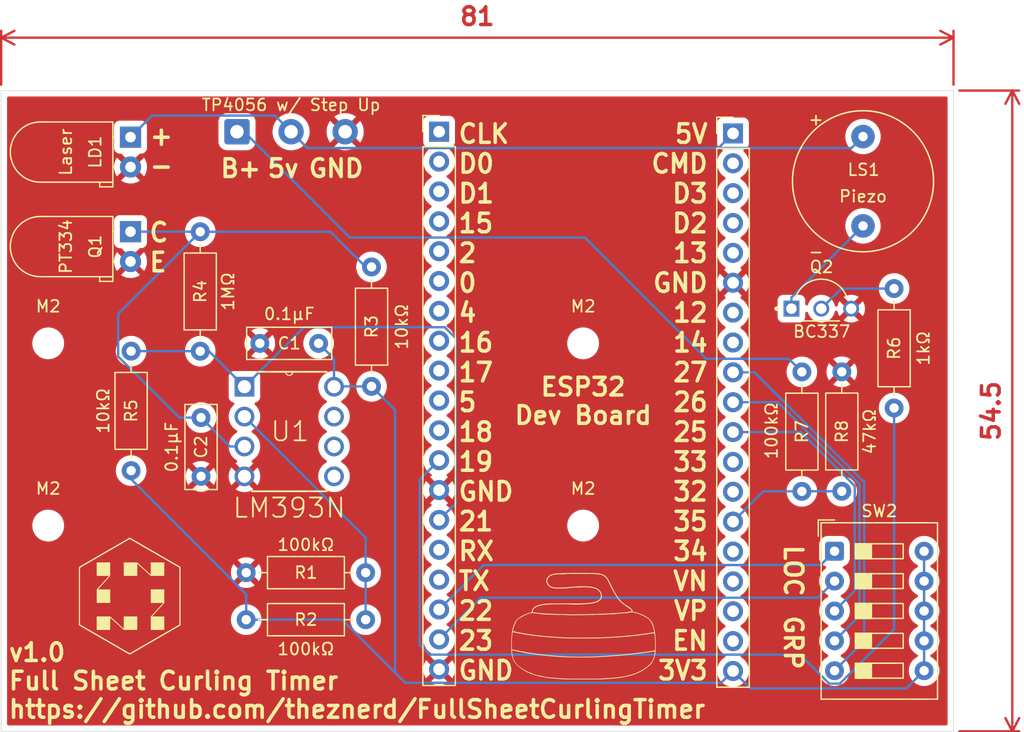
<source format=kicad_pcb>
(kicad_pcb (version 20241229) (generator "pcbnew") (generator_version "9.0")
  (layers (0 "F.Cu" signal) (2 "B.Cu" signal) (13 "F.Paste" user) (15 "B.Paste" user) (5 "F.SilkS" user "F.Silkscreen") (7 "B.SilkS" user "B.Silkscreen") (1 "F.Mask" user) (3 "B.Mask" user) (25 "Edge.Cuts" user))
  (net 0 "")
  (net 1 "GND")
  (net 2 "+3V3")
  (net 3 "Net-(Q1-C)")
  (net 4 "Net-(Q2-B)")
  (net 5 "Net-(Q2-C)")
  (net 6 "+5V In PCB")
  (net 7 "Net-(R4-Pad1)")
  (net 8 "Net-(R6-Pad2)")
  (net 9 "Net-(R7-Pad1)")
  (net 10 "Net-(R7-Pad2)")
  (net 11 "Net-(SW2-Pad3)")
  (net 12 "Net-(SW2-Pad1)")
  (net 13 "Net-(SW2-Pad2)")
  (net 14 "Net-(SW2-Pad4)")
  (net 15 "Net-(SW2-Pad5)")
  (net 16 "Net-(U1A--)")
  (footprint "Resistor_THT:R_Axial_DIN0207_L6.3mm_D2.5mm_P10.16mm_Horizontal" (layer "F.Cu") (at 126.273515 101.667319 90)
    (property "Reference" "R4" (hide yes))
    (property "Value" "1MΩ" (at 5.08 2.37 90) (layer "F.SilkS"))
    (fp_text user "${REFERENCE}" (at 5.08 0 90) (layer "F.SilkS"))
    (pad "1" thru_hole circle (at 0 0 90) (size 1.6 1.6) (drill 0.8) (layers "*.Cu" "*.Mask") (net 7 "Net-(R4-Pad1)"))
    (pad "2" thru_hole circle (at 10.16 0 90) (size 1.6 1.6) (drill 0.8) (layers "*.Cu" "*.Mask") (net 3 "Net-(Q1-C)"))
  )
  (footprint "FSCT:DIP254P762X508-8" (layer "F.Cu") (at 137.65276 112.31)
    (property "Reference" "U1" (at -3.75 -3.81 0) (layer "F.SilkS") (effects (font (size 1.641157 1.641157))))
    (property "Value" "LM393N" (at -3.81 2.69 0) (layer "F.SilkS") (effects (font (size 1.640669 1.640669))))
    (pad "1" thru_hole rect (at -7.62 -7.62) (size 1.6764 1.6764) (drill 1.1176) (layers "*.Cu" "*.Mask") (net 7 "Net-(R4-Pad1)"))
    (pad "2" thru_hole circle (at -7.62 -5.08) (size 1.6764 1.6764) (drill 1.1176) (layers "*.Cu" "*.Mask") (net 16 "Net-(U1A--)"))
    (pad "3" thru_hole circle (at -7.62 -2.54) (size 1.6764 1.6764) (drill 1.1176) (layers "*.Cu" "*.Mask") (net 3 "Net-(Q1-C)"))
    (pad "4" thru_hole circle (at -7.62 0) (size 1.6764 1.6764) (drill 1.1176) (layers "*.Cu" "*.Mask") (net 1 "GND"))
    (pad "5" thru_hole circle (at 0 0) (size 1.6764 1.6764) (drill 1.1176) (layers "*.Cu" "*.Mask"))
    (pad "6" thru_hole circle (at 0 -2.54) (size 1.6764 1.6764) (drill 1.1176) (layers "*.Cu" "*.Mask"))
    (pad "7" thru_hole circle (at 0 -5.08) (size 1.6764 1.6764) (drill 1.1176) (layers "*.Cu" "*.Mask"))
    (pad "8" thru_hole circle (at 0 -7.62) (size 1.6764 1.6764) (drill 1.1176) (layers "*.Cu" "*.Mask") (net 2 "+3V3"))
  )
  (footprint "Resistor_THT:R_Axial_DIN0207_L6.3mm_D2.5mm_P10.16mm_Horizontal" (layer "F.Cu") (at 120.393437 101.663827 -90)
    (property "Reference" "R5" (hide yes))
    (property "Value" "10kΩ" (at 5.08 2.37 90) (layer "F.SilkS"))
    (fp_text user "${REFERENCE}" (at 5.08 0 90) (layer "F.SilkS"))
    (pad "1" thru_hole circle (at 0 0 270) (size 1.6 1.6) (drill 0.8) (layers "*.Cu" "*.Mask") (net 7 "Net-(R4-Pad1)"))
    (pad "2" thru_hole circle (at 10.16 0 270) (size 1.6 1.6) (drill 0.8) (layers "*.Cu" "*.Mask") (net 2 "+3V3"))
  )
  (footprint "FSCT:CurlingStone" (layer "F.Cu") (at 158.84276 125)
    (property "Reference" "G***" (hide yes))
    (property "Value" "LOGO" (hide yes))
  )
  (footprint "FSCT:TO92254P480H870-3" (layer "F.Cu") (at 179.097714 98.048091)
    (property "Reference" "Q2" (at 0.016277 -3.548091 0) (layer "F.SilkS"))
    (property "Value" "BC337" (at 0.039906 1.951909 0) (layer "F.SilkS"))
    (pad "1" thru_hole rect (at -2.54 0) (size 1.35 1.35) (drill 0.9) (layers "*.Cu" "*.Mask") (net 5 "Net-(Q2-C)"))
    (pad "2" thru_hole circle (at 0 0) (size 1.35 1.35) (drill 0.9) (layers "*.Cu" "*.Mask") (net 4 "Net-(Q2-B)"))
    (pad "3" thru_hole circle (at 2.54 0) (size 1.35 1.35) (drill 0.9) (layers "*.Cu" "*.Mask") (net 1 "GND"))
  )
  (footprint "LED_THT:LED_D5.0mm_Horizontal_O1.27mm_Z3.0mm_Clear" (layer "F.Cu") (at 120.34276 83.46 -90)
    (property "Reference" "LD1" (at 1.27 3 90) (layer "F.SilkS"))
    (property "Value" "Laser" (at 1.27 5.5 90) (layer "F.SilkS"))
    (pad "1" thru_hole rect (at 0 0 270) (size 1.8 1.8) (drill 0.9) (layers "*.Cu" "*.Mask") (net 6 "+5V In PCB"))
    (pad "2" thru_hole circle (at 2.54 0 270) (size 1.8 1.8) (drill 0.9) (layers "*.Cu" "*.Mask") (net 1 "GND"))
  )
  (footprint "Button_Switch_THT:SW_DIP_SPSTx05_Slide_9.78x14.88mm_W7.62mm_P2.54mm" (layer "F.Cu") (at 180.22276 118.681305)
    (property "Reference" "SW2" (at 3.81 -3.42 0) (layer "F.SilkS"))
    (property "Value" "SW_DIP_x05" (hide yes))
    (pad "1" thru_hole roundrect (at 0 0) (size 1.6 1.6) (drill 0.8) (layers "*.Cu" "*.Mask") (roundrect_rratio 0.15625) (net 12 "Net-(SW2-Pad1)"))
    (pad "2" thru_hole circle (at 0 2.54) (size 1.6 1.6) (drill 0.8) (layers "*.Cu" "*.Mask") (net 13 "Net-(SW2-Pad2)"))
    (pad "3" thru_hole circle (at 0 5.08) (size 1.6 1.6) (drill 0.8) (layers "*.Cu" "*.Mask") (net 11 "Net-(SW2-Pad3)"))
    (pad "4" thru_hole circle (at 0 7.62) (size 1.6 1.6) (drill 0.8) (layers "*.Cu" "*.Mask") (net 14 "Net-(SW2-Pad4)"))
    (pad "5" thru_hole circle (at 0 10.16) (size 1.6 1.6) (drill 0.8) (layers "*.Cu" "*.Mask") (net 15 "Net-(SW2-Pad5)"))
    (pad "6" thru_hole circle (at 7.62 10.16) (size 1.6 1.6) (drill 0.8) (layers "*.Cu" "*.Mask") (net 2 "+3V3"))
    (pad "7" thru_hole circle (at 7.62 7.62) (size 1.6 1.6) (drill 0.8) (layers "*.Cu" "*.Mask") (net 2 "+3V3"))
    (pad "8" thru_hole circle (at 7.62 5.08) (size 1.6 1.6) (drill 0.8) (layers "*.Cu" "*.Mask") (net 2 "+3V3"))
    (pad "9" thru_hole circle (at 7.62 2.54) (size 1.6 1.6) (drill 0.8) (layers "*.Cu" "*.Mask") (net 2 "+3V3"))
    (pad "10" thru_hole circle (at 7.62 0) (size 1.6 1.6) (drill 0.8) (layers "*.Cu" "*.Mask") (net 2 "+3V3"))
  )
  (footprint "MountingHole:MountingHole_2.2mm_M2" (layer "F.Cu") (at 158.84276 101)
    (property "Reference" "M2" (at 0 -3.15 0) (layer "F.SilkS"))
    (property "Value" "MountingHole_2.2mm_M2" (hide yes))
    (pad "" np_thru_hole circle (at 0 0) (size 2.2 2.2) (drill 2.2) (layers "*.Cu" "*.Mask"))
  )
  (footprint "Capacitor_THT:C_Disc_D7.0mm_W2.5mm_P5.00mm" (layer "F.Cu") (at 126.34276 107.314499 -90)
    (property "Reference" "C2" (hide yes))
    (property "Value" "0.1µF" (at 2.5 2.5 90) (layer "F.SilkS"))
    (fp_text user "${REFERENCE}" (at 2.5 0 90) (layer "F.SilkS"))
    (pad "1" thru_hole circle (at 0 0 270) (size 1.6 1.6) (drill 0.8) (layers "*.Cu" "*.Mask") (net 3 "Net-(Q1-C)"))
    (pad "2" thru_hole circle (at 5 0 270) (size 1.6 1.6) (drill 0.8) (layers "*.Cu" "*.Mask") (net 1 "GND"))
  )
  (footprint "Connector_Wire:SolderWire-0.5sqmm_1x03_P4.6mm_D0.9mm_OD2.1mm" (layer "F.Cu") (at 129.4 83)
    (property "Reference" "TP4056 w/ Step Up" (at 4.6 -2.28 0) (layer "F.SilkS"))
    (property "Value" "SolderWire-0.5sqmm_1x03_P4.6mm_D0.9mm_OD2.1mm" (hide yes))
    (pad "1" thru_hole roundrect (at 0 0) (size 2.15 2.15) (drill 1.15) (layers "*.Cu" "*.Mask") (roundrect_rratio 0.116279) (net 9 "Net-(R7-Pad1)"))
    (pad "2" thru_hole circle (at 4.6 0) (size 2.15 2.15) (drill 1.15) (layers "*.Cu" "*.Mask") (net 6 "+5V In PCB"))
    (pad "3" thru_hole circle (at 9.2 0) (size 2.15 2.15) (drill 1.15) (layers "*.Cu" "*.Mask") (net 1 "GND"))
  )
  (footprint "Capacitor_THT:C_Disc_D7.0mm_W2.5mm_P5.00mm" (layer "F.Cu") (at 136.34276 101 180)
    (property "Reference" "C1" (hide yes))
    (property "Value" "0.1µF" (at 2.5 2.5 0) (layer "F.SilkS"))
    (fp_text user "${REFERENCE}" (at 2.5 0 0) (layer "F.SilkS"))
    (pad "1" thru_hole circle (at 0 0 180) (size 1.6 1.6) (drill 0.8) (layers "*.Cu" "*.Mask") (net 2 "+3V3"))
    (pad "2" thru_hole circle (at 5 0 180) (size 1.6 1.6) (drill 0.8) (layers "*.Cu" "*.Mask") (net 1 "GND"))
  )
  (footprint "Resistor_THT:R_Axial_DIN0207_L6.3mm_D2.5mm_P10.16mm_Horizontal" (layer "F.Cu") (at 140.34276 120.503094 180)
    (property "Reference" "R1" (hide yes))
    (property "Value" "100kΩ" (at 5.08 2.37 0) (layer "F.SilkS"))
    (fp_text user "${REFERENCE}" (at 5.08 0 0) (layer "F.SilkS"))
    (pad "1" thru_hole circle (at 0 0 180) (size 1.6 1.6) (drill 0.8) (layers "*.Cu" "*.Mask") (net 16 "Net-(U1A--)"))
    (pad "2" thru_hole circle (at 10.16 0 180) (size 1.6 1.6) (drill 0.8) (layers "*.Cu" "*.Mask") (net 1 "GND"))
  )
  (footprint "MountingHole:MountingHole_2.2mm_M2" (layer "F.Cu") (at 113.34276 116.5)
    (property "Reference" "M2" (at 0 -3.15 0) (layer "F.SilkS"))
    (property "Value" "MountingHole_2.2mm_M2" (hide yes))
    (pad "" np_thru_hole circle (at 0 0) (size 2.2 2.2) (drill 2.2) (layers "*.Cu" "*.Mask"))
  )
  (footprint "Connector_PinHeader_2.54mm:PinHeader_1x19_P2.54mm_Vertical" (layer "F.Cu") (at 171.59 83.145)
    (property "Reference" " " (at 0 -2.38 0) (layer "F.SilkS"))
    (property "Value" "PinHeader_1x19_P2.54mm_Vertical" (hide yes))
    (pad "1" thru_hole rect (at 0 0) (size 1.7 1.7) (drill 1) (layers "*.Cu" "*.Mask") (net 6 "+5V In PCB"))
    (pad "2" thru_hole circle (at 0 2.54) (size 1.7 1.7) (drill 1) (layers "*.Cu" "*.Mask"))
    (pad "3" thru_hole circle (at 0 5.08) (size 1.7 1.7) (drill 1) (layers "*.Cu" "*.Mask"))
    (pad "4" thru_hole circle (at 0 7.62) (size 1.7 1.7) (drill 1) (layers "*.Cu" "*.Mask"))
    (pad "5" thru_hole circle (at 0 10.16) (size 1.7 1.7) (drill 1) (layers "*.Cu" "*.Mask"))
    (pad "6" thru_hole circle (at 0 12.7) (size 1.7 1.7) (drill 1) (layers "*.Cu" "*.Mask") (net 1 "GND"))
    (pad "7" thru_hole circle (at 0 15.24) (size 1.7 1.7) (drill 1) (layers "*.Cu" "*.Mask"))
    (pad "8" thru_hole circle (at 0 17.78) (size 1.7 1.7) (drill 1) (layers "*.Cu" "*.Mask"))
    (pad "9" thru_hole circle (at 0 20.32) (size 1.7 1.7) (drill 1) (layers "*.Cu" "*.Mask") (net 15 "Net-(SW2-Pad5)"))
    (pad "10" thru_hole circle (at 0 22.86) (size 1.7 1.7) (drill 1) (layers "*.Cu" "*.Mask") (net 14 "Net-(SW2-Pad4)"))
    (pad "11" thru_hole circle (at 0 25.4) (size 1.7 1.7) (drill 1) (layers "*.Cu" "*.Mask") (net 11 "Net-(SW2-Pad3)"))
    (pad "12" thru_hole circle (at 0 27.94) (size 1.7 1.7) (drill 1) (layers "*.Cu" "*.Mask"))
    (pad "13" thru_hole circle (at 0 30.48) (size 1.7 1.7) (drill 1) (layers "*.Cu" "*.Mask"))
    (pad "14" thru_hole circle (at 0 33.02) (size 1.7 1.7) (drill 1) (layers "*.Cu" "*.Mask") (net 10 "Net-(R7-Pad2)"))
    (pad "15" thru_hole circle (at 0 35.56) (size 1.7 1.7) (drill 1) (layers "*.Cu" "*.Mask"))
    (pad "16" thru_hole circle (at 0 38.1) (size 1.7 1.7) (drill 1) (layers "*.Cu" "*.Mask"))
    (pad "17" thru_hole circle (at 0 40.64) (size 1.7 1.7) (drill 1) (layers "*.Cu" "*.Mask"))
    (pad "18" thru_hole circle (at 0 43.18) (size 1.7 1.7) (drill 1) (layers "*.Cu" "*.Mask"))
    (pad "19" thru_hole circle (at 0 45.72) (size 1.7 1.7) (drill 1) (layers "*.Cu" "*.Mask") (net 2 "+3V3"))
  )
  (footprint "FSCT:CUI_CMI-1295IC-0585T" (layer "F.Cu") (at 182.646828 87.211089)
    (property "Reference" "LS1" (at 0.050437 -0.973521 0) (layer "F.SilkS"))
    (property "Value" "Piezo" (at 0 1.288911 0) (layer "F.SilkS"))
    (fp_text user "+" (at -4 -5.27 0) (layer "F.SilkS"))
    (fp_text user "-" (at -4 5.99 0) (layer "F.SilkS"))
    (pad "N" thru_hole circle (at 0 3.8) (size 2 2) (drill 0.8) (layers "*.Cu" "*.Mask") (net 5 "Net-(Q2-C)"))
    (pad "P" thru_hole circle (at 0 -3.8) (size 2 2) (drill 0.8) (layers "*.Cu" "*.Mask") (net 6 "+5V In PCB"))
  )
  (footprint "FSCT:znerdlogo" (layer "F.Cu") (at 120.34276 122.5)
    (property "Reference" "G***" (hide yes))
    (property "Value" "LOGO" (hide yes))
  )
  (footprint "MountingHole:MountingHole_2.2mm_M2" (layer "F.Cu") (at 158.84276 116.5)
    (property "Reference" "M2" (at 0 -3.15 0) (layer "F.SilkS"))
    (property "Value" "MountingHole_2.2mm_M2" (hide yes))
    (pad "" np_thru_hole circle (at 0 0) (size 2.2 2.2) (drill 2.2) (layers "*.Cu" "*.Mask"))
  )
  (footprint "Resistor_THT:R_Axial_DIN0207_L6.3mm_D2.5mm_P10.16mm_Horizontal" (layer "F.Cu") (at 177.445867 103.426864 -90)
    (property "Reference" "R7" (hide yes))
    (property "Value" "100kΩ" (at 5 2.58 90) (layer "F.SilkS"))
    (fp_text user "${REFERENCE}" (at 5.08 0 90) (layer "F.SilkS"))
    (pad "1" thru_hole circle (at 0 0 270) (size 1.6 1.6) (drill 0.8) (layers "*.Cu" "*.Mask") (net 9 "Net-(R7-Pad1)"))
    (pad "2" thru_hole circle (at 10.16 0 270) (size 1.6 1.6) (drill 0.8) (layers "*.Cu" "*.Mask") (net 10 "Net-(R7-Pad2)"))
  )
  (footprint "Resistor_THT:R_Axial_DIN0207_L6.3mm_D2.5mm_P10.16mm_Horizontal" (layer "F.Cu") (at 180.84276 113.58 90)
    (property "Reference" "R8" (hide yes))
    (property "Value" "47kΩ" (at 5.08 2.37 90) (layer "F.SilkS"))
    (fp_text user "${REFERENCE}" (at 5.08 0 90) (layer "F.SilkS"))
    (pad "1" thru_hole circle (at 0 0 90) (size 1.6 1.6) (drill 0.8) (layers "*.Cu" "*.Mask") (net 10 "Net-(R7-Pad2)"))
    (pad "2" thru_hole circle (at 10.16 0 90) (size 1.6 1.6) (drill 0.8) (layers "*.Cu" "*.Mask") (net 1 "GND"))
  )
  (footprint "Resistor_THT:R_Axial_DIN0207_L6.3mm_D2.5mm_P10.16mm_Horizontal" (layer "F.Cu") (at 185.28953 96.339067 -90)
    (property "Reference" "R6" (hide yes))
    (property "Value" "1kΩ" (at 5.08 -2.5 90) (layer "F.SilkS"))
    (fp_text user "${REFERENCE}" (at 5.08 0 90) (layer "F.SilkS"))
    (pad "1" thru_hole circle (at 0 0 270) (size 1.6 1.6) (drill 0.8) (layers "*.Cu" "*.Mask") (net 4 "Net-(Q2-B)"))
    (pad "2" thru_hole circle (at 10.16 0 270) (size 1.6 1.6) (drill 0.8) (layers "*.Cu" "*.Mask") (net 8 "Net-(R6-Pad2)"))
  )
  (footprint "LED_THT:LED_D5.0mm_Horizontal_O1.27mm_Z3.0mm_Clear" (layer "F.Cu") (at 120.34276 91.5 -90)
    (property "Reference" "Q1" (at 1.27 3 90) (layer "F.SilkS"))
    (property "Value" "PT334" (at 1.27 5.5 90) (layer "F.SilkS"))
    (pad "1" thru_hole rect (at 0 0 270) (size 1.8 1.8) (drill 0.9) (layers "*.Cu" "*.Mask") (net 3 "Net-(Q1-C)"))
    (pad "2" thru_hole circle (at 2.54 0 270) (size 1.8 1.8) (drill 0.9) (layers "*.Cu" "*.Mask") (net 1 "GND"))
  )
  (footprint "Resistor_THT:R_Axial_DIN0207_L6.3mm_D2.5mm_P10.16mm_Horizontal" (layer "F.Cu") (at 140.84276 94.5 -90)
    (property "Reference" "R3" (hide yes))
    (property "Value" "10kΩ" (at 5.08 -2.58 90) (layer "F.SilkS"))
    (fp_text user "${REFERENCE}" (at 5.08 0 90) (layer "F.SilkS"))
    (pad "1" thru_hole circle (at 0 0 270) (size 1.6 1.6) (drill 0.8) (layers "*.Cu" "*.Mask") (net 3 "Net-(Q1-C)"))
    (pad "2" thru_hole circle (at 10.16 0 270) (size 1.6 1.6) (drill 0.8) (layers "*.Cu" "*.Mask") (net 2 "+3V3"))
  )
  (footprint "Connector_PinHeader_2.54mm:PinHeader_1x19_P2.54mm_Vertical" (layer "F.Cu") (at 146.59276 83)
    (property "Reference" " " (at 0 -2.38 0) (layer "F.SilkS"))
    (property "Value" "PinHeader_1x19_P2.54mm_Vertical" (hide yes))
    (pad "1" thru_hole rect (at 0 0) (size 1.7 1.7) (drill 1) (layers "*.Cu" "*.Mask"))
    (pad "2" thru_hole circle (at 0 2.54) (size 1.7 1.7) (drill 1) (layers "*.Cu" "*.Mask"))
    (pad "3" thru_hole circle (at 0 5.08) (size 1.7 1.7) (drill 1) (layers "*.Cu" "*.Mask"))
    (pad "4" thru_hole circle (at 0 7.62) (size 1.7 1.7) (drill 1) (layers "*.Cu" "*.Mask"))
    (pad "5" thru_hole circle (at 0 10.16) (size 1.7 1.7) (drill 1) (layers "*.Cu" "*.Mask"))
    (pad "6" thru_hole circle (at 0 12.7) (size 1.7 1.7) (drill 1) (layers "*.Cu" "*.Mask"))
    (pad "7" thru_hole circle (at 0 15.24) (size 1.7 1.7) (drill 1) (layers "*.Cu" "*.Mask"))
    (pad "8" thru_hole circle (at 0 17.78) (size 1.7 1.7) (drill 1) (layers "*.Cu" "*.Mask"))
    (pad "9" thru_hole circle (at 0 20.32) (size 1.7 1.7) (drill 1) (layers "*.Cu" "*.Mask"))
    (pad "10" thru_hole circle (at 0 22.86) (size 1.7 1.7) (drill 1) (layers "*.Cu" "*.Mask"))
    (pad "11" thru_hole circle (at 0 25.4) (size 1.7 1.7) (drill 1) (layers "*.Cu" "*.Mask"))
    (pad "12" thru_hole circle (at 0 27.94) (size 1.7 1.7) (drill 1) (layers "*.Cu" "*.Mask") (net 8 "Net-(R6-Pad2)"))
    (pad "13" thru_hole circle (at 0 30.48) (size 1.7 1.7) (drill 1) (layers "*.Cu" "*.Mask") (net 1 "GND"))
    (pad "14" thru_hole circle (at 0 33.02) (size 1.7 1.7) (drill 1) (layers "*.Cu" "*.Mask") (net 7 "Net-(R4-Pad1)"))
    (pad "15" thru_hole circle (at 0 35.56) (size 1.7 1.7) (drill 1) (layers "*.Cu" "*.Mask"))
    (pad "16" thru_hole circle (at 0 38.1) (size 1.7 1.7) (drill 1) (layers "*.Cu" "*.Mask"))
    (pad "17" thru_hole circle (at 0 40.64) (size 1.7 1.7) (drill 1) (layers "*.Cu" "*.Mask") (net 12 "Net-(SW2-Pad1)"))
    (pad "18" thru_hole circle (at 0 43.18) (size 1.7 1.7) (drill 1) (layers "*.Cu" "*.Mask") (net 13 "Net-(SW2-Pad2)"))
    (pad "19" thru_hole circle (at 0 45.72) (size 1.7 1.7) (drill 1) (layers "*.Cu" "*.Mask") (net 1 "GND"))
  )
  (footprint "Resistor_THT:R_Axial_DIN0207_L6.3mm_D2.5mm_P10.16mm_Horizontal" (layer "F.Cu") (at 140.34276 124.503094 180)
    (property "Reference" "R2" (hide yes))
    (property "Value" "100kΩ" (at 5.08 -2.5 0) (layer "F.SilkS"))
    (fp_text user "${REFERENCE}" (at 5.08 0 0) (layer "F.SilkS"))
    (pad "1" thru_hole circle (at 0 0 180) (size 1.6 1.6) (drill 0.8) (layers "*.Cu" "*.Mask") (net 16 "Net-(U1A--)"))
    (pad "2" thru_hole circle (at 10.16 0 180) (size 1.6 1.6) (drill 0.8) (layers "*.Cu" "*.Mask") (net 2 "+3V3"))
  )
  (footprint "MountingHole:MountingHole_2.2mm_M2" (layer "F.Cu") (at 113.34276 101)
    (property "Reference" "M2" (at 0 -3.15 0) (layer "F.SilkS"))
    (property "Value" "MountingHole_2.2mm_M2" (hide yes))
    (pad "" np_thru_hole circle (at 0 0) (size 2.2 2.2) (drill 2.2) (layers "*.Cu" "*.Mask"))
  )
  (gr_rect (start 109.34276 79.5) (end 190.34276 134) (stroke (width 0.05)) (fill no) (layer "Edge.Cuts"))
  (gr_text "5v" (at 131.84276 87 0) (layer "F.SilkS") (effects (font (size 1.5 1.5) (thickness 0.3) (bold yes)) (justify left bottom)))
  (gr_text "5V\nCMD\nD3\nD2\n13\nGND\n12\n14\n27\n26\n25\n33\n32\n35\n34\nVN\nVP\nEN\n3V3" (at 169.59276 129.75 0) (layer "F.SilkS") (effects (font (size 1.575 1.5) (thickness 0.3) (bold yes)) (justify right bottom)))
  (gr_text "LOC" (at 175.84276 118 270) (layer "F.SilkS") (effects (font (size 1.5 1.5) (thickness 0.3) (bold yes)) (justify left bottom)))
  (gr_text "v1.0\nFull Sheet Curling Timer\nhttps://github.com/theznerd/FullSheetCurlingTimer" (at 109.84276 133 0) (layer "F.SilkS") (effects (font (size 1.5 1.5) (thickness 0.3) (bold yes)) (justify left bottom)))
  (gr_text "GRP" (at 175.84276 124 270) (layer "F.SilkS") (effects (font (size 1.5 1.5) (thickness 0.3) (bold yes)) (justify left bottom)))
  (gr_text "B+" (at 127.84276 87 0) (layer "F.SilkS") (effects (font (size 1.5 1.5) (thickness 0.3) (bold yes)) (justify left bottom)))
  (gr_text "CLK\nD0\nD1\n15\n2\n0\n4\n16\n17\n5\n18\n19\nGND\n21\nRX\nTX\n22\n23\nGND" (at 148.09276 129.75 0) (layer "F.SilkS") (effects (font (size 1.575 1.5) (thickness 0.3) (bold yes)) (justify left bottom)))
  (gr_text "GND" (at 135.34276 87 0) (layer "F.SilkS") (effects (font (size 1.5 1.5) (thickness 0.3) (bold yes)) (justify left bottom)))
  (gr_text "+\n-" (at 121.843737 86.813897 0) (layer "F.SilkS") (effects (font (size 1.575 1.5) (thickness 0.3) (bold yes)) (justify left bottom)))
  (gr_text "C\nE" (at 121.806712 95.033442 0) (layer "F.SilkS") (effects (font (size 1.575 1.5) (thickness 0.3) (bold yes)) (justify left bottom)))
  (gr_text "ESP32\nDev Board" (at 158.84276 108 0) (layer "F.SilkS") (effects (font (size 1.5 1.5) (thickness 0.3) (bold yes)) (justify bottom)))
  (dimension (type orthogonal) (layer "F.Cu") (pts (xy 190.34276 79.5) (xy 190.34276 134)) (height 5) (orientation 1) (format (prefix "") (suffix "") (units 3) (units_format 0) (precision 4) (suppress_zeroes yes)) (style (thickness 0.2) (arrow_length 1.27) (text_position_mode 0) (arrow_direction outward) (extension_height 0.58642) (extension_offset 0.5) (keep_text_aligned yes)) (gr_text "54.5" (at 193.54276 106.75 90) (layer "F.Cu") (effects (font (size 1.5 1.5) (thickness 0.3)))))
  (dimension (type orthogonal) (layer "F.Cu") (pts (xy 109.34276 79.5) (xy 190.34276 79.5)) (height -4.5) (orientation 0) (format (prefix "") (suffix "") (units 3) (units_format 0) (precision 4) (suppress_zeroes yes)) (style (thickness 0.2) (arrow_length 1.27) (text_position_mode 0) (arrow_direction outward) (extension_height 0.58642) (extension_offset 0.5) (keep_text_aligned yes)) (gr_text "81" (at 149.84276 73.2 0) (layer "F.Cu") (effects (font (size 1.5 1.5) (thickness 0.3)))))
  (segment (start 130.028261 112.314499) (end 130.03276 112.31) (width 0.2) (layer "B.Cu") (net 1))
  (segment (start 130.18276 122.34) (end 130.18276 124.503094) (width 0.2) (layer "B.Cu") (net 2))
  (segment (start 187.84276 128.841305) (end 186.34076 130.343305) (width 0.2) (layer "B.Cu") (net 2))
  (segment (start 187.84276 126.301305) (end 187.84276 123.761305) (width 0.2) (layer "B.Cu") (net 2))
  (segment (start 186.34076 130.343305) (end 173.068305 130.343305) (width 0.2) (layer "B.Cu") (net 2))
  (segment (start 137.68276 104.66) (end 137.65276 104.69) (width 0.2) (layer "B.Cu") (net 2))
  (segment (start 137.65276 104.69) (end 137.65276 102.31) (width 0.2) (layer "B.Cu") (net 2))
  (segment (start 187.84276 123.761305) (end 187.84276 121.221305) (width 0.2) (layer "B.Cu") (net 2))
  (segment (start 173.068305 130.343305) (end 171.59 128.865) (width 0.2) (layer "B.Cu") (net 2))
  (segment (start 140.84276 104.66) (end 137.68276 104.66) (width 0.2) (layer "B.Cu") (net 2))
  (segment (start 171.59 128.865) (end 170.584 129.871) (width 0.2) (layer "B.Cu") (net 2))
  (segment (start 120.393437 111.823827) (end 120.393437 112.550677) (width 0.2) (layer "B.Cu") (net 2))
  (segment (start 170.584 129.871) (end 143.71376 129.871) (width 0.2) (layer "B.Cu") (net 2))
  (segment (start 187.84276 128.841305) (end 187.84276 126.301305) (width 0.2) (layer "B.Cu") (net 2))
  (segment (start 140.84276 104.66) (end 142.84276 106.66) (width 0.2) (layer "B.Cu") (net 2))
  (segment (start 120.393437 112.550677) (end 130.18276 122.34) (width 0.2) (layer "B.Cu") (net 2))
  (segment (start 143.71376 129.871) (end 142.84276 129) (width 0.2) (layer "B.Cu") (net 2))
  (segment (start 142.84276 106.66) (end 142.84276 129) (width 0.2) (layer "B.Cu") (net 2))
  (segment (start 137.65276 102.31) (end 136.34276 101) (width 0.2) (layer "B.Cu") (net 2))
  (segment (start 142.84276 129) (end 138.345854 124.503094) (width 0.2) (layer "B.Cu") (net 2))
  (segment (start 187.84276 121.221305) (end 187.84276 118.681305) (width 0.2) (layer "B.Cu") (net 2))
  (segment (start 138.345854 124.503094) (end 130.18276 124.503094) (width 0.2) (layer "B.Cu") (net 2))
  (segment (start 126.273515 91.507319) (end 119.292437 98.488397) (width 0.2) (layer "B.Cu") (net 3))
  (segment (start 125.350079 91.507319) (end 125.34276 91.5) (width 0.2) (layer "B.Cu") (net 3))
  (segment (start 126.273515 91.507319) (end 125.350079 91.507319) (width 0.2) (layer "B.Cu") (net 3))
  (segment (start 125.34276 91.5) (end 120.34276 91.5) (width 0.2) (layer "B.Cu") (net 3))
  (segment (start 119.292437 98.488397) (end 119.292437 102.119877) (width 0.2) (layer "B.Cu") (net 3))
  (segment (start 128.798261 109.77) (end 126.34276 107.314499) (width 0.2) (layer "B.Cu") (net 3))
  (segment (start 119.292437 102.119877) (end 124.487059 107.314499) (width 0.2) (layer "B.Cu") (net 3))
  (segment (start 137.350079 91.507319) (end 126.273515 91.507319) (width 0.2) (layer "B.Cu") (net 3))
  (segment (start 140.84276 94.5) (end 140.34276 94.5) (width 0.2) (layer "B.Cu") (net 3))
  (segment (start 124.487059 107.314499) (end 126.34276 107.314499) (width 0.2) (layer "B.Cu") (net 3))
  (segment (start 140.34276 94.5) (end 137.350079 91.507319) (width 0.2) (layer "B.Cu") (net 3))
  (segment (start 130.03276 109.77) (end 128.798261 109.77) (width 0.2) (layer "B.Cu") (net 3))
  (segment (start 185.28953 96.339067) (end 180.806738 96.339067) (width 0.2) (layer "B.Cu") (net 4))
  (segment (start 180.806738 96.339067) (end 179.097714 98.048091) (width 0.2) (layer "B.Cu") (net 4))
  (segment (start 176.557714 98.048091) (end 176.557714 97.100203) (width 0.2) (layer "B.Cu") (net 5))
  (segment (start 176.557714 97.100203) (end 182.646828 91.011089) (width 0.2) (layer "B.Cu") (net 5))
  (segment (start 134 83) (end 132.624 81.624) (width 0.2) (layer "B.Cu") (net 6))
  (segment (start 132.624 81.624) (end 122.17876 81.624) (width 0.2) (layer "B.Cu") (net 6))
  (segment (start 181.668917 84.389) (end 182.646828 83.411089) (width 0.2) (layer "B.Cu") (net 6))
  (segment (start 122.17876 81.624) (end 120.34276 83.46) (width 0.2) (layer "B.Cu") (net 6))
  (segment (start 134 83) (end 135.389 84.389) (width 0.2) (layer "B.Cu") (net 6))
  (segment (start 135.389 84.389) (end 170.346 84.389) (width 0.2) (layer "B.Cu") (net 6))
  (segment (start 170.346 84.389) (end 181.668917 84.389) (width 0.2) (layer "B.Cu") (net 6))
  (segment (start 171.59 83.145) (end 170.346 84.389) (width 0.2) (layer "B.Cu") (net 6))
  (segment (start 147.06952 99.629) (end 148 100.55948) (width 0.2) (layer "B.Cu") (net 7))
  (segment (start 130.03276 104.69) (end 135.09376 99.629) (width 0.2) (layer "B.Cu") (net 7))
  (segment (start 148 114.61276) (end 146.59276 116.02) (width 0.2) (layer "B.Cu") (net 7))
  (segment (start 126.270023 101.663827) (end 126.273515 101.667319) (width 0.2) (layer "B.Cu") (net 7))
  (segment (start 135.09376 99.629) (end 147.06952 99.629) (width 0.2) (layer "B.Cu") (net 7))
  (segment (start 126.273515 101.667319) (end 127.010079 101.667319) (width 0.2) (layer "B.Cu") (net 7))
  (segment (start 148 100.55948) (end 148 114.61276) (width 0.2) (layer "B.Cu") (net 7))
  (segment (start 120.393437 101.663827) (end 126.270023 101.663827) (width 0.2) (layer "B.Cu") (net 7))
  (segment (start 127.010079 101.667319) (end 130.03276 104.69) (width 0.2) (layer "B.Cu") (net 7))
  (segment (start 144.94176 112.591) (end 144.94176 126.65676) (width 0.2) (layer "B.Cu") (net 8))
  (segment (start 179.76671 129.942305) (end 177.300405 127.476) (width 0.2) (layer "B.Cu") (net 8))
  (segment (start 185.28953 106.499067) (end 185.28953 125.331585) (width 0.2) (layer "B.Cu") (net 8))
  (segment (start 180.67881 129.942305) (end 179.76671 129.942305) (width 0.2) (layer "B.Cu") (net 8))
  (segment (start 185.28953 125.331585) (end 180.67881 129.942305) (width 0.2) (layer "B.Cu") (net 8))
  (segment (start 145.761 127.476) (end 144.94176 126.65676) (width 0.2) (layer "B.Cu") (net 8))
  (segment (start 177.300405 127.476) (end 145.761 127.476) (width 0.2) (layer "B.Cu") (net 8))
  (segment (start 146.59276 110.94) (end 144.94176 112.591) (width 0.2) (layer "B.Cu") (net 8))
  (segment (start 159 92) (end 169.314 102.314) (width 0.2) (layer "B.Cu") (net 9))
  (segment (start 169.314 102.314) (end 176.333003 102.314) (width 0.2) (layer "B.Cu") (net 9))
  (segment (start 130 83) (end 139 92) (width 0.2) (layer "B.Cu") (net 9))
  (segment (start 129.4 83) (end 130 83) (width 0.2) (layer "B.Cu") (net 9))
  (segment (start 139 92) (end 159 92) (width 0.2) (layer "B.Cu") (net 9))
  (segment (start 176.333003 102.314) (end 177.445867 103.426864) (width 0.2) (layer "B.Cu") (net 9))
  (segment (start 177.452731 113.58) (end 177.445867 113.586864) (width 0.2) (layer "B.Cu") (net 10))
  (segment (start 174.168136 113.586864) (end 171.59 116.165) (width 0.2) (layer "B.Cu") (net 10))
  (segment (start 180.84276 113.58) (end 177.452731 113.58) (width 0.2) (layer "B.Cu") (net 10))
  (segment (start 177.445867 113.586864) (end 174.168136 113.586864) (width 0.2) (layer "B.Cu") (net 10))
  (segment (start 180.22276 123.761305) (end 181.94376 122.040305) (width 0.2) (layer "B.Cu") (net 11))
  (segment (start 171.59 108.545) (end 177.36481 108.545) (width 0.2) (layer "B.Cu") (net 11))
  (segment (start 181.94376 122.040305) (end 181.94376 113.12395) (width 0.2) (layer "B.Cu") (net 11))
  (segment (start 181.94376 113.12395) (end 177.36481 108.545) (width 0.2) (layer "B.Cu") (net 11))
  (segment (start 150.37676 119.856) (end 179.048065 119.856) (width 0.2) (layer "B.Cu") (net 12))
  (segment (start 179.048065 119.856) (end 180.22276 118.681305) (width 0.2) (layer "B.Cu") (net 12))
  (segment (start 146.59276 123.64) (end 150.37676 119.856) (width 0.2) (layer "B.Cu") (net 12))
  (segment (start 146.59276 126.18) (end 150.13876 122.634) (width 0.2) (layer "B.Cu") (net 13))
  (segment (start 178.810065 122.634) (end 180.22276 121.221305) (width 0.2) (layer "B.Cu") (net 13))
  (segment (start 150.13876 122.634) (end 178.810065 122.634) (width 0.2) (layer "B.Cu") (net 13))
  (segment (start 171.59 106.005) (end 175.39191 106.005) (width 0.2) (layer "B.Cu") (net 14))
  (segment (start 182.34476 112.95785) (end 175.39191 106.005) (width 0.2) (layer "B.Cu") (net 14))
  (segment (start 180.22276 126.301305) (end 182.34476 124.179305) (width 0.2) (layer "B.Cu") (net 14))
  (segment (start 182.34476 124.179305) (end 182.34476 112.95785) (width 0.2) (layer "B.Cu") (net 14))
  (segment (start 171.59 103.465) (end 173.41901 103.465) (width 0.2) (layer "B.Cu") (net 15))
  (segment (start 182.74576 126.318305) (end 180.22276 128.841305) (width 0.2) (layer "B.Cu") (net 15))
  (segment (start 173.41901 103.465) (end 182.74576 112.79175) (width 0.2) (layer "B.Cu") (net 15))
  (segment (start 182.74576 112.79175) (end 182.74576 126.318305) (width 0.2) (layer "B.Cu") (net 15))
  (segment (start 130.03276 107.23) (end 140.34276 117.54) (width 0.2) (layer "B.Cu") (net 16))
  (segment (start 140.34276 120.503094) (end 140.34276 124.503094) (width 0.2) (layer "B.Cu") (net 16))
  (segment (start 140.34276 117.54) (end 140.34276 120.503094) (width 0.2) (layer "B.Cu") (net 16))
  (zone (net 1) (net_name "GND") (layer "F.Cu") (connect_pads (clearance 0.5)) (min_thickness 0.25) (fill yes (thermal_gap 0.5) (thermal_bridge_width 0.5))
    (polygon (pts (xy 109.34276 134) (xy 109.34276 79.5) (xy 190.34276 79.5) (xy 190.34276 134)))
  )
)
</source>
